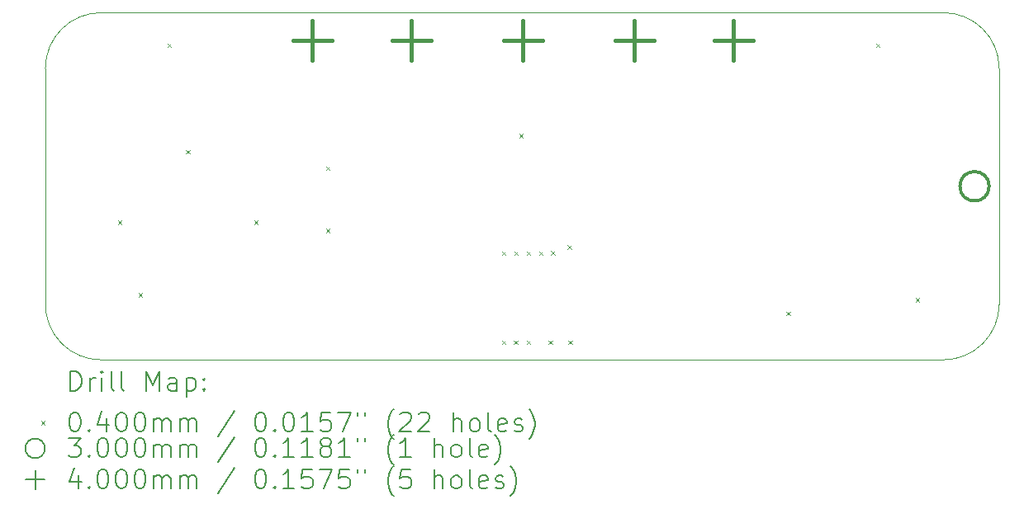
<source format=gbr>
%TF.GenerationSoftware,KiCad,Pcbnew,8.0.0*%
%TF.CreationDate,2024-05-31T17:11:51+01:00*%
%TF.ProjectId,basic_kit_SMT_bumpers_D_pad,62617369-635f-46b6-9974-5f534d545f62,v1.4*%
%TF.SameCoordinates,Original*%
%TF.FileFunction,Drillmap*%
%TF.FilePolarity,Positive*%
%FSLAX45Y45*%
G04 Gerber Fmt 4.5, Leading zero omitted, Abs format (unit mm)*
G04 Created by KiCad (PCBNEW 8.0.0) date 2024-05-31 17:11:51*
%MOMM*%
%LPD*%
G01*
G04 APERTURE LIST*
%ADD10C,0.100000*%
%ADD11C,0.200000*%
%ADD12C,0.300000*%
%ADD13C,0.400000*%
G04 APERTURE END LIST*
D10*
X14603600Y-4935700D02*
G75*
G02*
X15175100Y-5507200I0J-571500D01*
G01*
X5396100Y-5507200D02*
G75*
G02*
X5967600Y-4935700I571500J0D01*
G01*
X14603600Y-8498589D02*
X5967600Y-8498589D01*
X5967600Y-8498589D02*
G75*
G02*
X5396102Y-7927088I0J571499D01*
G01*
X15175100Y-7927088D02*
X15175100Y-5507200D01*
X15175100Y-7927088D02*
G75*
G02*
X14603600Y-8498590I-571500J-2D01*
G01*
X5967600Y-4935700D02*
X14603600Y-4935700D01*
X5396100Y-5507200D02*
X5396100Y-7927088D01*
D11*
D10*
X6139500Y-7066600D02*
X6179500Y-7106600D01*
X6179500Y-7066600D02*
X6139500Y-7106600D01*
X6350000Y-7814000D02*
X6390000Y-7854000D01*
X6390000Y-7814000D02*
X6350000Y-7854000D01*
X6647500Y-5250500D02*
X6687500Y-5290500D01*
X6687500Y-5250500D02*
X6647500Y-5290500D01*
X6838000Y-6342700D02*
X6878000Y-6382700D01*
X6878000Y-6342700D02*
X6838000Y-6382700D01*
X7536500Y-7066600D02*
X7576500Y-7106600D01*
X7576500Y-7066600D02*
X7536500Y-7106600D01*
X8273000Y-6514000D02*
X8313000Y-6554000D01*
X8313000Y-6514000D02*
X8273000Y-6554000D01*
X8273000Y-7153000D02*
X8313000Y-7193000D01*
X8313000Y-7153000D02*
X8273000Y-7193000D01*
X10076000Y-8299000D02*
X10116000Y-8339000D01*
X10116000Y-8299000D02*
X10076000Y-8339000D01*
X10076500Y-7384100D02*
X10116500Y-7424100D01*
X10116500Y-7384100D02*
X10076500Y-7424100D01*
X10201000Y-8299000D02*
X10241000Y-8339000D01*
X10241000Y-8299000D02*
X10201000Y-8339000D01*
X10203500Y-7384100D02*
X10243500Y-7424100D01*
X10243500Y-7384100D02*
X10203500Y-7424100D01*
X10253000Y-6176000D02*
X10293000Y-6216000D01*
X10293000Y-6176000D02*
X10253000Y-6216000D01*
X10330500Y-7384100D02*
X10370500Y-7424100D01*
X10370500Y-7384100D02*
X10330500Y-7424100D01*
X10330500Y-8298500D02*
X10370500Y-8338500D01*
X10370500Y-8298500D02*
X10330500Y-8338500D01*
X10457000Y-7384000D02*
X10497000Y-7424000D01*
X10497000Y-7384000D02*
X10457000Y-7424000D01*
X10553000Y-8299000D02*
X10593000Y-8339000D01*
X10593000Y-8299000D02*
X10553000Y-8339000D01*
X10581000Y-7383000D02*
X10621000Y-7423000D01*
X10621000Y-7383000D02*
X10581000Y-7423000D01*
X10749600Y-7320600D02*
X10789600Y-7360600D01*
X10789600Y-7320600D02*
X10749600Y-7360600D01*
X10755000Y-8299000D02*
X10795000Y-8339000D01*
X10795000Y-8299000D02*
X10755000Y-8339000D01*
X12994000Y-8004000D02*
X13034000Y-8044000D01*
X13034000Y-8004000D02*
X12994000Y-8044000D01*
X13910500Y-5250500D02*
X13950500Y-5290500D01*
X13950500Y-5250500D02*
X13910500Y-5290500D01*
X14318000Y-7862000D02*
X14358000Y-7902000D01*
X14358000Y-7862000D02*
X14318000Y-7902000D01*
D12*
X15072500Y-6717140D02*
G75*
G02*
X14772500Y-6717140I-150000J0D01*
G01*
X14772500Y-6717140D02*
G75*
G02*
X15072500Y-6717140I150000J0D01*
G01*
D13*
X8132850Y-5019700D02*
X8132850Y-5419700D01*
X7932850Y-5219700D02*
X8332850Y-5219700D01*
X9148850Y-5019700D02*
X9148850Y-5419700D01*
X8948850Y-5219700D02*
X9348850Y-5219700D01*
X10291850Y-5019700D02*
X10291850Y-5419700D01*
X10091850Y-5219700D02*
X10491850Y-5219700D01*
X11434850Y-5019700D02*
X11434850Y-5419700D01*
X11234850Y-5219700D02*
X11634850Y-5219700D01*
X12450850Y-5019700D02*
X12450850Y-5419700D01*
X12250850Y-5219700D02*
X12650850Y-5219700D01*
D11*
X5651877Y-8815072D02*
X5651877Y-8615072D01*
X5651877Y-8615072D02*
X5699496Y-8615072D01*
X5699496Y-8615072D02*
X5728067Y-8624596D01*
X5728067Y-8624596D02*
X5747115Y-8643644D01*
X5747115Y-8643644D02*
X5756639Y-8662691D01*
X5756639Y-8662691D02*
X5766162Y-8700787D01*
X5766162Y-8700787D02*
X5766162Y-8729358D01*
X5766162Y-8729358D02*
X5756639Y-8767453D01*
X5756639Y-8767453D02*
X5747115Y-8786501D01*
X5747115Y-8786501D02*
X5728067Y-8805549D01*
X5728067Y-8805549D02*
X5699496Y-8815072D01*
X5699496Y-8815072D02*
X5651877Y-8815072D01*
X5851877Y-8815072D02*
X5851877Y-8681739D01*
X5851877Y-8719834D02*
X5861401Y-8700787D01*
X5861401Y-8700787D02*
X5870924Y-8691263D01*
X5870924Y-8691263D02*
X5889972Y-8681739D01*
X5889972Y-8681739D02*
X5909020Y-8681739D01*
X5975686Y-8815072D02*
X5975686Y-8681739D01*
X5975686Y-8615072D02*
X5966162Y-8624596D01*
X5966162Y-8624596D02*
X5975686Y-8634120D01*
X5975686Y-8634120D02*
X5985210Y-8624596D01*
X5985210Y-8624596D02*
X5975686Y-8615072D01*
X5975686Y-8615072D02*
X5975686Y-8634120D01*
X6099496Y-8815072D02*
X6080448Y-8805549D01*
X6080448Y-8805549D02*
X6070924Y-8786501D01*
X6070924Y-8786501D02*
X6070924Y-8615072D01*
X6204258Y-8815072D02*
X6185210Y-8805549D01*
X6185210Y-8805549D02*
X6175686Y-8786501D01*
X6175686Y-8786501D02*
X6175686Y-8615072D01*
X6432829Y-8815072D02*
X6432829Y-8615072D01*
X6432829Y-8615072D02*
X6499496Y-8757929D01*
X6499496Y-8757929D02*
X6566162Y-8615072D01*
X6566162Y-8615072D02*
X6566162Y-8815072D01*
X6747115Y-8815072D02*
X6747115Y-8710310D01*
X6747115Y-8710310D02*
X6737591Y-8691263D01*
X6737591Y-8691263D02*
X6718543Y-8681739D01*
X6718543Y-8681739D02*
X6680448Y-8681739D01*
X6680448Y-8681739D02*
X6661401Y-8691263D01*
X6747115Y-8805549D02*
X6728067Y-8815072D01*
X6728067Y-8815072D02*
X6680448Y-8815072D01*
X6680448Y-8815072D02*
X6661401Y-8805549D01*
X6661401Y-8805549D02*
X6651877Y-8786501D01*
X6651877Y-8786501D02*
X6651877Y-8767453D01*
X6651877Y-8767453D02*
X6661401Y-8748406D01*
X6661401Y-8748406D02*
X6680448Y-8738882D01*
X6680448Y-8738882D02*
X6728067Y-8738882D01*
X6728067Y-8738882D02*
X6747115Y-8729358D01*
X6842353Y-8681739D02*
X6842353Y-8881739D01*
X6842353Y-8691263D02*
X6861401Y-8681739D01*
X6861401Y-8681739D02*
X6899496Y-8681739D01*
X6899496Y-8681739D02*
X6918543Y-8691263D01*
X6918543Y-8691263D02*
X6928067Y-8700787D01*
X6928067Y-8700787D02*
X6937591Y-8719834D01*
X6937591Y-8719834D02*
X6937591Y-8776977D01*
X6937591Y-8776977D02*
X6928067Y-8796025D01*
X6928067Y-8796025D02*
X6918543Y-8805549D01*
X6918543Y-8805549D02*
X6899496Y-8815072D01*
X6899496Y-8815072D02*
X6861401Y-8815072D01*
X6861401Y-8815072D02*
X6842353Y-8805549D01*
X7023305Y-8796025D02*
X7032829Y-8805549D01*
X7032829Y-8805549D02*
X7023305Y-8815072D01*
X7023305Y-8815072D02*
X7013782Y-8805549D01*
X7013782Y-8805549D02*
X7023305Y-8796025D01*
X7023305Y-8796025D02*
X7023305Y-8815072D01*
X7023305Y-8691263D02*
X7032829Y-8700787D01*
X7032829Y-8700787D02*
X7023305Y-8710310D01*
X7023305Y-8710310D02*
X7013782Y-8700787D01*
X7013782Y-8700787D02*
X7023305Y-8691263D01*
X7023305Y-8691263D02*
X7023305Y-8710310D01*
D10*
X5351100Y-9123589D02*
X5391100Y-9163589D01*
X5391100Y-9123589D02*
X5351100Y-9163589D01*
D11*
X5689972Y-9035072D02*
X5709020Y-9035072D01*
X5709020Y-9035072D02*
X5728067Y-9044596D01*
X5728067Y-9044596D02*
X5737591Y-9054120D01*
X5737591Y-9054120D02*
X5747115Y-9073168D01*
X5747115Y-9073168D02*
X5756639Y-9111263D01*
X5756639Y-9111263D02*
X5756639Y-9158882D01*
X5756639Y-9158882D02*
X5747115Y-9196977D01*
X5747115Y-9196977D02*
X5737591Y-9216025D01*
X5737591Y-9216025D02*
X5728067Y-9225549D01*
X5728067Y-9225549D02*
X5709020Y-9235072D01*
X5709020Y-9235072D02*
X5689972Y-9235072D01*
X5689972Y-9235072D02*
X5670924Y-9225549D01*
X5670924Y-9225549D02*
X5661401Y-9216025D01*
X5661401Y-9216025D02*
X5651877Y-9196977D01*
X5651877Y-9196977D02*
X5642353Y-9158882D01*
X5642353Y-9158882D02*
X5642353Y-9111263D01*
X5642353Y-9111263D02*
X5651877Y-9073168D01*
X5651877Y-9073168D02*
X5661401Y-9054120D01*
X5661401Y-9054120D02*
X5670924Y-9044596D01*
X5670924Y-9044596D02*
X5689972Y-9035072D01*
X5842353Y-9216025D02*
X5851877Y-9225549D01*
X5851877Y-9225549D02*
X5842353Y-9235072D01*
X5842353Y-9235072D02*
X5832829Y-9225549D01*
X5832829Y-9225549D02*
X5842353Y-9216025D01*
X5842353Y-9216025D02*
X5842353Y-9235072D01*
X6023305Y-9101739D02*
X6023305Y-9235072D01*
X5975686Y-9025549D02*
X5928067Y-9168406D01*
X5928067Y-9168406D02*
X6051877Y-9168406D01*
X6166162Y-9035072D02*
X6185210Y-9035072D01*
X6185210Y-9035072D02*
X6204258Y-9044596D01*
X6204258Y-9044596D02*
X6213782Y-9054120D01*
X6213782Y-9054120D02*
X6223305Y-9073168D01*
X6223305Y-9073168D02*
X6232829Y-9111263D01*
X6232829Y-9111263D02*
X6232829Y-9158882D01*
X6232829Y-9158882D02*
X6223305Y-9196977D01*
X6223305Y-9196977D02*
X6213782Y-9216025D01*
X6213782Y-9216025D02*
X6204258Y-9225549D01*
X6204258Y-9225549D02*
X6185210Y-9235072D01*
X6185210Y-9235072D02*
X6166162Y-9235072D01*
X6166162Y-9235072D02*
X6147115Y-9225549D01*
X6147115Y-9225549D02*
X6137591Y-9216025D01*
X6137591Y-9216025D02*
X6128067Y-9196977D01*
X6128067Y-9196977D02*
X6118543Y-9158882D01*
X6118543Y-9158882D02*
X6118543Y-9111263D01*
X6118543Y-9111263D02*
X6128067Y-9073168D01*
X6128067Y-9073168D02*
X6137591Y-9054120D01*
X6137591Y-9054120D02*
X6147115Y-9044596D01*
X6147115Y-9044596D02*
X6166162Y-9035072D01*
X6356639Y-9035072D02*
X6375686Y-9035072D01*
X6375686Y-9035072D02*
X6394734Y-9044596D01*
X6394734Y-9044596D02*
X6404258Y-9054120D01*
X6404258Y-9054120D02*
X6413782Y-9073168D01*
X6413782Y-9073168D02*
X6423305Y-9111263D01*
X6423305Y-9111263D02*
X6423305Y-9158882D01*
X6423305Y-9158882D02*
X6413782Y-9196977D01*
X6413782Y-9196977D02*
X6404258Y-9216025D01*
X6404258Y-9216025D02*
X6394734Y-9225549D01*
X6394734Y-9225549D02*
X6375686Y-9235072D01*
X6375686Y-9235072D02*
X6356639Y-9235072D01*
X6356639Y-9235072D02*
X6337591Y-9225549D01*
X6337591Y-9225549D02*
X6328067Y-9216025D01*
X6328067Y-9216025D02*
X6318543Y-9196977D01*
X6318543Y-9196977D02*
X6309020Y-9158882D01*
X6309020Y-9158882D02*
X6309020Y-9111263D01*
X6309020Y-9111263D02*
X6318543Y-9073168D01*
X6318543Y-9073168D02*
X6328067Y-9054120D01*
X6328067Y-9054120D02*
X6337591Y-9044596D01*
X6337591Y-9044596D02*
X6356639Y-9035072D01*
X6509020Y-9235072D02*
X6509020Y-9101739D01*
X6509020Y-9120787D02*
X6518543Y-9111263D01*
X6518543Y-9111263D02*
X6537591Y-9101739D01*
X6537591Y-9101739D02*
X6566163Y-9101739D01*
X6566163Y-9101739D02*
X6585210Y-9111263D01*
X6585210Y-9111263D02*
X6594734Y-9130310D01*
X6594734Y-9130310D02*
X6594734Y-9235072D01*
X6594734Y-9130310D02*
X6604258Y-9111263D01*
X6604258Y-9111263D02*
X6623305Y-9101739D01*
X6623305Y-9101739D02*
X6651877Y-9101739D01*
X6651877Y-9101739D02*
X6670924Y-9111263D01*
X6670924Y-9111263D02*
X6680448Y-9130310D01*
X6680448Y-9130310D02*
X6680448Y-9235072D01*
X6775686Y-9235072D02*
X6775686Y-9101739D01*
X6775686Y-9120787D02*
X6785210Y-9111263D01*
X6785210Y-9111263D02*
X6804258Y-9101739D01*
X6804258Y-9101739D02*
X6832829Y-9101739D01*
X6832829Y-9101739D02*
X6851877Y-9111263D01*
X6851877Y-9111263D02*
X6861401Y-9130310D01*
X6861401Y-9130310D02*
X6861401Y-9235072D01*
X6861401Y-9130310D02*
X6870924Y-9111263D01*
X6870924Y-9111263D02*
X6889972Y-9101739D01*
X6889972Y-9101739D02*
X6918543Y-9101739D01*
X6918543Y-9101739D02*
X6937591Y-9111263D01*
X6937591Y-9111263D02*
X6947115Y-9130310D01*
X6947115Y-9130310D02*
X6947115Y-9235072D01*
X7337591Y-9025549D02*
X7166163Y-9282691D01*
X7594734Y-9035072D02*
X7613782Y-9035072D01*
X7613782Y-9035072D02*
X7632829Y-9044596D01*
X7632829Y-9044596D02*
X7642353Y-9054120D01*
X7642353Y-9054120D02*
X7651877Y-9073168D01*
X7651877Y-9073168D02*
X7661401Y-9111263D01*
X7661401Y-9111263D02*
X7661401Y-9158882D01*
X7661401Y-9158882D02*
X7651877Y-9196977D01*
X7651877Y-9196977D02*
X7642353Y-9216025D01*
X7642353Y-9216025D02*
X7632829Y-9225549D01*
X7632829Y-9225549D02*
X7613782Y-9235072D01*
X7613782Y-9235072D02*
X7594734Y-9235072D01*
X7594734Y-9235072D02*
X7575686Y-9225549D01*
X7575686Y-9225549D02*
X7566163Y-9216025D01*
X7566163Y-9216025D02*
X7556639Y-9196977D01*
X7556639Y-9196977D02*
X7547115Y-9158882D01*
X7547115Y-9158882D02*
X7547115Y-9111263D01*
X7547115Y-9111263D02*
X7556639Y-9073168D01*
X7556639Y-9073168D02*
X7566163Y-9054120D01*
X7566163Y-9054120D02*
X7575686Y-9044596D01*
X7575686Y-9044596D02*
X7594734Y-9035072D01*
X7747115Y-9216025D02*
X7756639Y-9225549D01*
X7756639Y-9225549D02*
X7747115Y-9235072D01*
X7747115Y-9235072D02*
X7737591Y-9225549D01*
X7737591Y-9225549D02*
X7747115Y-9216025D01*
X7747115Y-9216025D02*
X7747115Y-9235072D01*
X7880448Y-9035072D02*
X7899496Y-9035072D01*
X7899496Y-9035072D02*
X7918544Y-9044596D01*
X7918544Y-9044596D02*
X7928067Y-9054120D01*
X7928067Y-9054120D02*
X7937591Y-9073168D01*
X7937591Y-9073168D02*
X7947115Y-9111263D01*
X7947115Y-9111263D02*
X7947115Y-9158882D01*
X7947115Y-9158882D02*
X7937591Y-9196977D01*
X7937591Y-9196977D02*
X7928067Y-9216025D01*
X7928067Y-9216025D02*
X7918544Y-9225549D01*
X7918544Y-9225549D02*
X7899496Y-9235072D01*
X7899496Y-9235072D02*
X7880448Y-9235072D01*
X7880448Y-9235072D02*
X7861401Y-9225549D01*
X7861401Y-9225549D02*
X7851877Y-9216025D01*
X7851877Y-9216025D02*
X7842353Y-9196977D01*
X7842353Y-9196977D02*
X7832829Y-9158882D01*
X7832829Y-9158882D02*
X7832829Y-9111263D01*
X7832829Y-9111263D02*
X7842353Y-9073168D01*
X7842353Y-9073168D02*
X7851877Y-9054120D01*
X7851877Y-9054120D02*
X7861401Y-9044596D01*
X7861401Y-9044596D02*
X7880448Y-9035072D01*
X8137591Y-9235072D02*
X8023306Y-9235072D01*
X8080448Y-9235072D02*
X8080448Y-9035072D01*
X8080448Y-9035072D02*
X8061401Y-9063644D01*
X8061401Y-9063644D02*
X8042353Y-9082691D01*
X8042353Y-9082691D02*
X8023306Y-9092215D01*
X8318544Y-9035072D02*
X8223306Y-9035072D01*
X8223306Y-9035072D02*
X8213782Y-9130310D01*
X8213782Y-9130310D02*
X8223306Y-9120787D01*
X8223306Y-9120787D02*
X8242353Y-9111263D01*
X8242353Y-9111263D02*
X8289972Y-9111263D01*
X8289972Y-9111263D02*
X8309020Y-9120787D01*
X8309020Y-9120787D02*
X8318544Y-9130310D01*
X8318544Y-9130310D02*
X8328067Y-9149358D01*
X8328067Y-9149358D02*
X8328067Y-9196977D01*
X8328067Y-9196977D02*
X8318544Y-9216025D01*
X8318544Y-9216025D02*
X8309020Y-9225549D01*
X8309020Y-9225549D02*
X8289972Y-9235072D01*
X8289972Y-9235072D02*
X8242353Y-9235072D01*
X8242353Y-9235072D02*
X8223306Y-9225549D01*
X8223306Y-9225549D02*
X8213782Y-9216025D01*
X8394734Y-9035072D02*
X8528068Y-9035072D01*
X8528068Y-9035072D02*
X8442353Y-9235072D01*
X8594734Y-9035072D02*
X8594734Y-9073168D01*
X8670925Y-9035072D02*
X8670925Y-9073168D01*
X8966163Y-9311263D02*
X8956639Y-9301739D01*
X8956639Y-9301739D02*
X8937591Y-9273168D01*
X8937591Y-9273168D02*
X8928068Y-9254120D01*
X8928068Y-9254120D02*
X8918544Y-9225549D01*
X8918544Y-9225549D02*
X8909020Y-9177929D01*
X8909020Y-9177929D02*
X8909020Y-9139834D01*
X8909020Y-9139834D02*
X8918544Y-9092215D01*
X8918544Y-9092215D02*
X8928068Y-9063644D01*
X8928068Y-9063644D02*
X8937591Y-9044596D01*
X8937591Y-9044596D02*
X8956639Y-9016025D01*
X8956639Y-9016025D02*
X8966163Y-9006501D01*
X9032830Y-9054120D02*
X9042353Y-9044596D01*
X9042353Y-9044596D02*
X9061401Y-9035072D01*
X9061401Y-9035072D02*
X9109020Y-9035072D01*
X9109020Y-9035072D02*
X9128068Y-9044596D01*
X9128068Y-9044596D02*
X9137591Y-9054120D01*
X9137591Y-9054120D02*
X9147115Y-9073168D01*
X9147115Y-9073168D02*
X9147115Y-9092215D01*
X9147115Y-9092215D02*
X9137591Y-9120787D01*
X9137591Y-9120787D02*
X9023306Y-9235072D01*
X9023306Y-9235072D02*
X9147115Y-9235072D01*
X9223306Y-9054120D02*
X9232830Y-9044596D01*
X9232830Y-9044596D02*
X9251877Y-9035072D01*
X9251877Y-9035072D02*
X9299496Y-9035072D01*
X9299496Y-9035072D02*
X9318544Y-9044596D01*
X9318544Y-9044596D02*
X9328068Y-9054120D01*
X9328068Y-9054120D02*
X9337591Y-9073168D01*
X9337591Y-9073168D02*
X9337591Y-9092215D01*
X9337591Y-9092215D02*
X9328068Y-9120787D01*
X9328068Y-9120787D02*
X9213782Y-9235072D01*
X9213782Y-9235072D02*
X9337591Y-9235072D01*
X9575687Y-9235072D02*
X9575687Y-9035072D01*
X9661401Y-9235072D02*
X9661401Y-9130310D01*
X9661401Y-9130310D02*
X9651877Y-9111263D01*
X9651877Y-9111263D02*
X9632830Y-9101739D01*
X9632830Y-9101739D02*
X9604258Y-9101739D01*
X9604258Y-9101739D02*
X9585211Y-9111263D01*
X9585211Y-9111263D02*
X9575687Y-9120787D01*
X9785211Y-9235072D02*
X9766163Y-9225549D01*
X9766163Y-9225549D02*
X9756639Y-9216025D01*
X9756639Y-9216025D02*
X9747115Y-9196977D01*
X9747115Y-9196977D02*
X9747115Y-9139834D01*
X9747115Y-9139834D02*
X9756639Y-9120787D01*
X9756639Y-9120787D02*
X9766163Y-9111263D01*
X9766163Y-9111263D02*
X9785211Y-9101739D01*
X9785211Y-9101739D02*
X9813782Y-9101739D01*
X9813782Y-9101739D02*
X9832830Y-9111263D01*
X9832830Y-9111263D02*
X9842353Y-9120787D01*
X9842353Y-9120787D02*
X9851877Y-9139834D01*
X9851877Y-9139834D02*
X9851877Y-9196977D01*
X9851877Y-9196977D02*
X9842353Y-9216025D01*
X9842353Y-9216025D02*
X9832830Y-9225549D01*
X9832830Y-9225549D02*
X9813782Y-9235072D01*
X9813782Y-9235072D02*
X9785211Y-9235072D01*
X9966163Y-9235072D02*
X9947115Y-9225549D01*
X9947115Y-9225549D02*
X9937592Y-9206501D01*
X9937592Y-9206501D02*
X9937592Y-9035072D01*
X10118544Y-9225549D02*
X10099496Y-9235072D01*
X10099496Y-9235072D02*
X10061401Y-9235072D01*
X10061401Y-9235072D02*
X10042353Y-9225549D01*
X10042353Y-9225549D02*
X10032830Y-9206501D01*
X10032830Y-9206501D02*
X10032830Y-9130310D01*
X10032830Y-9130310D02*
X10042353Y-9111263D01*
X10042353Y-9111263D02*
X10061401Y-9101739D01*
X10061401Y-9101739D02*
X10099496Y-9101739D01*
X10099496Y-9101739D02*
X10118544Y-9111263D01*
X10118544Y-9111263D02*
X10128068Y-9130310D01*
X10128068Y-9130310D02*
X10128068Y-9149358D01*
X10128068Y-9149358D02*
X10032830Y-9168406D01*
X10204258Y-9225549D02*
X10223306Y-9235072D01*
X10223306Y-9235072D02*
X10261401Y-9235072D01*
X10261401Y-9235072D02*
X10280449Y-9225549D01*
X10280449Y-9225549D02*
X10289973Y-9206501D01*
X10289973Y-9206501D02*
X10289973Y-9196977D01*
X10289973Y-9196977D02*
X10280449Y-9177929D01*
X10280449Y-9177929D02*
X10261401Y-9168406D01*
X10261401Y-9168406D02*
X10232830Y-9168406D01*
X10232830Y-9168406D02*
X10213782Y-9158882D01*
X10213782Y-9158882D02*
X10204258Y-9139834D01*
X10204258Y-9139834D02*
X10204258Y-9130310D01*
X10204258Y-9130310D02*
X10213782Y-9111263D01*
X10213782Y-9111263D02*
X10232830Y-9101739D01*
X10232830Y-9101739D02*
X10261401Y-9101739D01*
X10261401Y-9101739D02*
X10280449Y-9111263D01*
X10356639Y-9311263D02*
X10366163Y-9301739D01*
X10366163Y-9301739D02*
X10385211Y-9273168D01*
X10385211Y-9273168D02*
X10394734Y-9254120D01*
X10394734Y-9254120D02*
X10404258Y-9225549D01*
X10404258Y-9225549D02*
X10413782Y-9177929D01*
X10413782Y-9177929D02*
X10413782Y-9139834D01*
X10413782Y-9139834D02*
X10404258Y-9092215D01*
X10404258Y-9092215D02*
X10394734Y-9063644D01*
X10394734Y-9063644D02*
X10385211Y-9044596D01*
X10385211Y-9044596D02*
X10366163Y-9016025D01*
X10366163Y-9016025D02*
X10356639Y-9006501D01*
X5391100Y-9407589D02*
G75*
G02*
X5191100Y-9407589I-100000J0D01*
G01*
X5191100Y-9407589D02*
G75*
G02*
X5391100Y-9407589I100000J0D01*
G01*
X5632829Y-9299072D02*
X5756639Y-9299072D01*
X5756639Y-9299072D02*
X5689972Y-9375263D01*
X5689972Y-9375263D02*
X5718543Y-9375263D01*
X5718543Y-9375263D02*
X5737591Y-9384787D01*
X5737591Y-9384787D02*
X5747115Y-9394310D01*
X5747115Y-9394310D02*
X5756639Y-9413358D01*
X5756639Y-9413358D02*
X5756639Y-9460977D01*
X5756639Y-9460977D02*
X5747115Y-9480025D01*
X5747115Y-9480025D02*
X5737591Y-9489549D01*
X5737591Y-9489549D02*
X5718543Y-9499072D01*
X5718543Y-9499072D02*
X5661401Y-9499072D01*
X5661401Y-9499072D02*
X5642353Y-9489549D01*
X5642353Y-9489549D02*
X5632829Y-9480025D01*
X5842353Y-9480025D02*
X5851877Y-9489549D01*
X5851877Y-9489549D02*
X5842353Y-9499072D01*
X5842353Y-9499072D02*
X5832829Y-9489549D01*
X5832829Y-9489549D02*
X5842353Y-9480025D01*
X5842353Y-9480025D02*
X5842353Y-9499072D01*
X5975686Y-9299072D02*
X5994734Y-9299072D01*
X5994734Y-9299072D02*
X6013782Y-9308596D01*
X6013782Y-9308596D02*
X6023305Y-9318120D01*
X6023305Y-9318120D02*
X6032829Y-9337168D01*
X6032829Y-9337168D02*
X6042353Y-9375263D01*
X6042353Y-9375263D02*
X6042353Y-9422882D01*
X6042353Y-9422882D02*
X6032829Y-9460977D01*
X6032829Y-9460977D02*
X6023305Y-9480025D01*
X6023305Y-9480025D02*
X6013782Y-9489549D01*
X6013782Y-9489549D02*
X5994734Y-9499072D01*
X5994734Y-9499072D02*
X5975686Y-9499072D01*
X5975686Y-9499072D02*
X5956639Y-9489549D01*
X5956639Y-9489549D02*
X5947115Y-9480025D01*
X5947115Y-9480025D02*
X5937591Y-9460977D01*
X5937591Y-9460977D02*
X5928067Y-9422882D01*
X5928067Y-9422882D02*
X5928067Y-9375263D01*
X5928067Y-9375263D02*
X5937591Y-9337168D01*
X5937591Y-9337168D02*
X5947115Y-9318120D01*
X5947115Y-9318120D02*
X5956639Y-9308596D01*
X5956639Y-9308596D02*
X5975686Y-9299072D01*
X6166162Y-9299072D02*
X6185210Y-9299072D01*
X6185210Y-9299072D02*
X6204258Y-9308596D01*
X6204258Y-9308596D02*
X6213782Y-9318120D01*
X6213782Y-9318120D02*
X6223305Y-9337168D01*
X6223305Y-9337168D02*
X6232829Y-9375263D01*
X6232829Y-9375263D02*
X6232829Y-9422882D01*
X6232829Y-9422882D02*
X6223305Y-9460977D01*
X6223305Y-9460977D02*
X6213782Y-9480025D01*
X6213782Y-9480025D02*
X6204258Y-9489549D01*
X6204258Y-9489549D02*
X6185210Y-9499072D01*
X6185210Y-9499072D02*
X6166162Y-9499072D01*
X6166162Y-9499072D02*
X6147115Y-9489549D01*
X6147115Y-9489549D02*
X6137591Y-9480025D01*
X6137591Y-9480025D02*
X6128067Y-9460977D01*
X6128067Y-9460977D02*
X6118543Y-9422882D01*
X6118543Y-9422882D02*
X6118543Y-9375263D01*
X6118543Y-9375263D02*
X6128067Y-9337168D01*
X6128067Y-9337168D02*
X6137591Y-9318120D01*
X6137591Y-9318120D02*
X6147115Y-9308596D01*
X6147115Y-9308596D02*
X6166162Y-9299072D01*
X6356639Y-9299072D02*
X6375686Y-9299072D01*
X6375686Y-9299072D02*
X6394734Y-9308596D01*
X6394734Y-9308596D02*
X6404258Y-9318120D01*
X6404258Y-9318120D02*
X6413782Y-9337168D01*
X6413782Y-9337168D02*
X6423305Y-9375263D01*
X6423305Y-9375263D02*
X6423305Y-9422882D01*
X6423305Y-9422882D02*
X6413782Y-9460977D01*
X6413782Y-9460977D02*
X6404258Y-9480025D01*
X6404258Y-9480025D02*
X6394734Y-9489549D01*
X6394734Y-9489549D02*
X6375686Y-9499072D01*
X6375686Y-9499072D02*
X6356639Y-9499072D01*
X6356639Y-9499072D02*
X6337591Y-9489549D01*
X6337591Y-9489549D02*
X6328067Y-9480025D01*
X6328067Y-9480025D02*
X6318543Y-9460977D01*
X6318543Y-9460977D02*
X6309020Y-9422882D01*
X6309020Y-9422882D02*
X6309020Y-9375263D01*
X6309020Y-9375263D02*
X6318543Y-9337168D01*
X6318543Y-9337168D02*
X6328067Y-9318120D01*
X6328067Y-9318120D02*
X6337591Y-9308596D01*
X6337591Y-9308596D02*
X6356639Y-9299072D01*
X6509020Y-9499072D02*
X6509020Y-9365739D01*
X6509020Y-9384787D02*
X6518543Y-9375263D01*
X6518543Y-9375263D02*
X6537591Y-9365739D01*
X6537591Y-9365739D02*
X6566163Y-9365739D01*
X6566163Y-9365739D02*
X6585210Y-9375263D01*
X6585210Y-9375263D02*
X6594734Y-9394310D01*
X6594734Y-9394310D02*
X6594734Y-9499072D01*
X6594734Y-9394310D02*
X6604258Y-9375263D01*
X6604258Y-9375263D02*
X6623305Y-9365739D01*
X6623305Y-9365739D02*
X6651877Y-9365739D01*
X6651877Y-9365739D02*
X6670924Y-9375263D01*
X6670924Y-9375263D02*
X6680448Y-9394310D01*
X6680448Y-9394310D02*
X6680448Y-9499072D01*
X6775686Y-9499072D02*
X6775686Y-9365739D01*
X6775686Y-9384787D02*
X6785210Y-9375263D01*
X6785210Y-9375263D02*
X6804258Y-9365739D01*
X6804258Y-9365739D02*
X6832829Y-9365739D01*
X6832829Y-9365739D02*
X6851877Y-9375263D01*
X6851877Y-9375263D02*
X6861401Y-9394310D01*
X6861401Y-9394310D02*
X6861401Y-9499072D01*
X6861401Y-9394310D02*
X6870924Y-9375263D01*
X6870924Y-9375263D02*
X6889972Y-9365739D01*
X6889972Y-9365739D02*
X6918543Y-9365739D01*
X6918543Y-9365739D02*
X6937591Y-9375263D01*
X6937591Y-9375263D02*
X6947115Y-9394310D01*
X6947115Y-9394310D02*
X6947115Y-9499072D01*
X7337591Y-9289549D02*
X7166163Y-9546691D01*
X7594734Y-9299072D02*
X7613782Y-9299072D01*
X7613782Y-9299072D02*
X7632829Y-9308596D01*
X7632829Y-9308596D02*
X7642353Y-9318120D01*
X7642353Y-9318120D02*
X7651877Y-9337168D01*
X7651877Y-9337168D02*
X7661401Y-9375263D01*
X7661401Y-9375263D02*
X7661401Y-9422882D01*
X7661401Y-9422882D02*
X7651877Y-9460977D01*
X7651877Y-9460977D02*
X7642353Y-9480025D01*
X7642353Y-9480025D02*
X7632829Y-9489549D01*
X7632829Y-9489549D02*
X7613782Y-9499072D01*
X7613782Y-9499072D02*
X7594734Y-9499072D01*
X7594734Y-9499072D02*
X7575686Y-9489549D01*
X7575686Y-9489549D02*
X7566163Y-9480025D01*
X7566163Y-9480025D02*
X7556639Y-9460977D01*
X7556639Y-9460977D02*
X7547115Y-9422882D01*
X7547115Y-9422882D02*
X7547115Y-9375263D01*
X7547115Y-9375263D02*
X7556639Y-9337168D01*
X7556639Y-9337168D02*
X7566163Y-9318120D01*
X7566163Y-9318120D02*
X7575686Y-9308596D01*
X7575686Y-9308596D02*
X7594734Y-9299072D01*
X7747115Y-9480025D02*
X7756639Y-9489549D01*
X7756639Y-9489549D02*
X7747115Y-9499072D01*
X7747115Y-9499072D02*
X7737591Y-9489549D01*
X7737591Y-9489549D02*
X7747115Y-9480025D01*
X7747115Y-9480025D02*
X7747115Y-9499072D01*
X7947115Y-9499072D02*
X7832829Y-9499072D01*
X7889972Y-9499072D02*
X7889972Y-9299072D01*
X7889972Y-9299072D02*
X7870925Y-9327644D01*
X7870925Y-9327644D02*
X7851877Y-9346691D01*
X7851877Y-9346691D02*
X7832829Y-9356215D01*
X8137591Y-9499072D02*
X8023306Y-9499072D01*
X8080448Y-9499072D02*
X8080448Y-9299072D01*
X8080448Y-9299072D02*
X8061401Y-9327644D01*
X8061401Y-9327644D02*
X8042353Y-9346691D01*
X8042353Y-9346691D02*
X8023306Y-9356215D01*
X8251877Y-9384787D02*
X8232829Y-9375263D01*
X8232829Y-9375263D02*
X8223306Y-9365739D01*
X8223306Y-9365739D02*
X8213782Y-9346691D01*
X8213782Y-9346691D02*
X8213782Y-9337168D01*
X8213782Y-9337168D02*
X8223306Y-9318120D01*
X8223306Y-9318120D02*
X8232829Y-9308596D01*
X8232829Y-9308596D02*
X8251877Y-9299072D01*
X8251877Y-9299072D02*
X8289972Y-9299072D01*
X8289972Y-9299072D02*
X8309020Y-9308596D01*
X8309020Y-9308596D02*
X8318544Y-9318120D01*
X8318544Y-9318120D02*
X8328067Y-9337168D01*
X8328067Y-9337168D02*
X8328067Y-9346691D01*
X8328067Y-9346691D02*
X8318544Y-9365739D01*
X8318544Y-9365739D02*
X8309020Y-9375263D01*
X8309020Y-9375263D02*
X8289972Y-9384787D01*
X8289972Y-9384787D02*
X8251877Y-9384787D01*
X8251877Y-9384787D02*
X8232829Y-9394310D01*
X8232829Y-9394310D02*
X8223306Y-9403834D01*
X8223306Y-9403834D02*
X8213782Y-9422882D01*
X8213782Y-9422882D02*
X8213782Y-9460977D01*
X8213782Y-9460977D02*
X8223306Y-9480025D01*
X8223306Y-9480025D02*
X8232829Y-9489549D01*
X8232829Y-9489549D02*
X8251877Y-9499072D01*
X8251877Y-9499072D02*
X8289972Y-9499072D01*
X8289972Y-9499072D02*
X8309020Y-9489549D01*
X8309020Y-9489549D02*
X8318544Y-9480025D01*
X8318544Y-9480025D02*
X8328067Y-9460977D01*
X8328067Y-9460977D02*
X8328067Y-9422882D01*
X8328067Y-9422882D02*
X8318544Y-9403834D01*
X8318544Y-9403834D02*
X8309020Y-9394310D01*
X8309020Y-9394310D02*
X8289972Y-9384787D01*
X8518544Y-9499072D02*
X8404258Y-9499072D01*
X8461401Y-9499072D02*
X8461401Y-9299072D01*
X8461401Y-9299072D02*
X8442353Y-9327644D01*
X8442353Y-9327644D02*
X8423306Y-9346691D01*
X8423306Y-9346691D02*
X8404258Y-9356215D01*
X8594734Y-9299072D02*
X8594734Y-9337168D01*
X8670925Y-9299072D02*
X8670925Y-9337168D01*
X8966163Y-9575263D02*
X8956639Y-9565739D01*
X8956639Y-9565739D02*
X8937591Y-9537168D01*
X8937591Y-9537168D02*
X8928068Y-9518120D01*
X8928068Y-9518120D02*
X8918544Y-9489549D01*
X8918544Y-9489549D02*
X8909020Y-9441929D01*
X8909020Y-9441929D02*
X8909020Y-9403834D01*
X8909020Y-9403834D02*
X8918544Y-9356215D01*
X8918544Y-9356215D02*
X8928068Y-9327644D01*
X8928068Y-9327644D02*
X8937591Y-9308596D01*
X8937591Y-9308596D02*
X8956639Y-9280025D01*
X8956639Y-9280025D02*
X8966163Y-9270501D01*
X9147115Y-9499072D02*
X9032830Y-9499072D01*
X9089972Y-9499072D02*
X9089972Y-9299072D01*
X9089972Y-9299072D02*
X9070925Y-9327644D01*
X9070925Y-9327644D02*
X9051877Y-9346691D01*
X9051877Y-9346691D02*
X9032830Y-9356215D01*
X9385211Y-9499072D02*
X9385211Y-9299072D01*
X9470925Y-9499072D02*
X9470925Y-9394310D01*
X9470925Y-9394310D02*
X9461401Y-9375263D01*
X9461401Y-9375263D02*
X9442353Y-9365739D01*
X9442353Y-9365739D02*
X9413782Y-9365739D01*
X9413782Y-9365739D02*
X9394734Y-9375263D01*
X9394734Y-9375263D02*
X9385211Y-9384787D01*
X9594734Y-9499072D02*
X9575687Y-9489549D01*
X9575687Y-9489549D02*
X9566163Y-9480025D01*
X9566163Y-9480025D02*
X9556639Y-9460977D01*
X9556639Y-9460977D02*
X9556639Y-9403834D01*
X9556639Y-9403834D02*
X9566163Y-9384787D01*
X9566163Y-9384787D02*
X9575687Y-9375263D01*
X9575687Y-9375263D02*
X9594734Y-9365739D01*
X9594734Y-9365739D02*
X9623306Y-9365739D01*
X9623306Y-9365739D02*
X9642353Y-9375263D01*
X9642353Y-9375263D02*
X9651877Y-9384787D01*
X9651877Y-9384787D02*
X9661401Y-9403834D01*
X9661401Y-9403834D02*
X9661401Y-9460977D01*
X9661401Y-9460977D02*
X9651877Y-9480025D01*
X9651877Y-9480025D02*
X9642353Y-9489549D01*
X9642353Y-9489549D02*
X9623306Y-9499072D01*
X9623306Y-9499072D02*
X9594734Y-9499072D01*
X9775687Y-9499072D02*
X9756639Y-9489549D01*
X9756639Y-9489549D02*
X9747115Y-9470501D01*
X9747115Y-9470501D02*
X9747115Y-9299072D01*
X9928068Y-9489549D02*
X9909020Y-9499072D01*
X9909020Y-9499072D02*
X9870925Y-9499072D01*
X9870925Y-9499072D02*
X9851877Y-9489549D01*
X9851877Y-9489549D02*
X9842353Y-9470501D01*
X9842353Y-9470501D02*
X9842353Y-9394310D01*
X9842353Y-9394310D02*
X9851877Y-9375263D01*
X9851877Y-9375263D02*
X9870925Y-9365739D01*
X9870925Y-9365739D02*
X9909020Y-9365739D01*
X9909020Y-9365739D02*
X9928068Y-9375263D01*
X9928068Y-9375263D02*
X9937592Y-9394310D01*
X9937592Y-9394310D02*
X9937592Y-9413358D01*
X9937592Y-9413358D02*
X9842353Y-9432406D01*
X10004258Y-9575263D02*
X10013782Y-9565739D01*
X10013782Y-9565739D02*
X10032830Y-9537168D01*
X10032830Y-9537168D02*
X10042353Y-9518120D01*
X10042353Y-9518120D02*
X10051877Y-9489549D01*
X10051877Y-9489549D02*
X10061401Y-9441929D01*
X10061401Y-9441929D02*
X10061401Y-9403834D01*
X10061401Y-9403834D02*
X10051877Y-9356215D01*
X10051877Y-9356215D02*
X10042353Y-9327644D01*
X10042353Y-9327644D02*
X10032830Y-9308596D01*
X10032830Y-9308596D02*
X10013782Y-9280025D01*
X10013782Y-9280025D02*
X10004258Y-9270501D01*
X5291100Y-9627589D02*
X5291100Y-9827589D01*
X5191100Y-9727589D02*
X5391100Y-9727589D01*
X5737591Y-9685739D02*
X5737591Y-9819072D01*
X5689972Y-9609549D02*
X5642353Y-9752406D01*
X5642353Y-9752406D02*
X5766162Y-9752406D01*
X5842353Y-9800025D02*
X5851877Y-9809549D01*
X5851877Y-9809549D02*
X5842353Y-9819072D01*
X5842353Y-9819072D02*
X5832829Y-9809549D01*
X5832829Y-9809549D02*
X5842353Y-9800025D01*
X5842353Y-9800025D02*
X5842353Y-9819072D01*
X5975686Y-9619072D02*
X5994734Y-9619072D01*
X5994734Y-9619072D02*
X6013782Y-9628596D01*
X6013782Y-9628596D02*
X6023305Y-9638120D01*
X6023305Y-9638120D02*
X6032829Y-9657168D01*
X6032829Y-9657168D02*
X6042353Y-9695263D01*
X6042353Y-9695263D02*
X6042353Y-9742882D01*
X6042353Y-9742882D02*
X6032829Y-9780977D01*
X6032829Y-9780977D02*
X6023305Y-9800025D01*
X6023305Y-9800025D02*
X6013782Y-9809549D01*
X6013782Y-9809549D02*
X5994734Y-9819072D01*
X5994734Y-9819072D02*
X5975686Y-9819072D01*
X5975686Y-9819072D02*
X5956639Y-9809549D01*
X5956639Y-9809549D02*
X5947115Y-9800025D01*
X5947115Y-9800025D02*
X5937591Y-9780977D01*
X5937591Y-9780977D02*
X5928067Y-9742882D01*
X5928067Y-9742882D02*
X5928067Y-9695263D01*
X5928067Y-9695263D02*
X5937591Y-9657168D01*
X5937591Y-9657168D02*
X5947115Y-9638120D01*
X5947115Y-9638120D02*
X5956639Y-9628596D01*
X5956639Y-9628596D02*
X5975686Y-9619072D01*
X6166162Y-9619072D02*
X6185210Y-9619072D01*
X6185210Y-9619072D02*
X6204258Y-9628596D01*
X6204258Y-9628596D02*
X6213782Y-9638120D01*
X6213782Y-9638120D02*
X6223305Y-9657168D01*
X6223305Y-9657168D02*
X6232829Y-9695263D01*
X6232829Y-9695263D02*
X6232829Y-9742882D01*
X6232829Y-9742882D02*
X6223305Y-9780977D01*
X6223305Y-9780977D02*
X6213782Y-9800025D01*
X6213782Y-9800025D02*
X6204258Y-9809549D01*
X6204258Y-9809549D02*
X6185210Y-9819072D01*
X6185210Y-9819072D02*
X6166162Y-9819072D01*
X6166162Y-9819072D02*
X6147115Y-9809549D01*
X6147115Y-9809549D02*
X6137591Y-9800025D01*
X6137591Y-9800025D02*
X6128067Y-9780977D01*
X6128067Y-9780977D02*
X6118543Y-9742882D01*
X6118543Y-9742882D02*
X6118543Y-9695263D01*
X6118543Y-9695263D02*
X6128067Y-9657168D01*
X6128067Y-9657168D02*
X6137591Y-9638120D01*
X6137591Y-9638120D02*
X6147115Y-9628596D01*
X6147115Y-9628596D02*
X6166162Y-9619072D01*
X6356639Y-9619072D02*
X6375686Y-9619072D01*
X6375686Y-9619072D02*
X6394734Y-9628596D01*
X6394734Y-9628596D02*
X6404258Y-9638120D01*
X6404258Y-9638120D02*
X6413782Y-9657168D01*
X6413782Y-9657168D02*
X6423305Y-9695263D01*
X6423305Y-9695263D02*
X6423305Y-9742882D01*
X6423305Y-9742882D02*
X6413782Y-9780977D01*
X6413782Y-9780977D02*
X6404258Y-9800025D01*
X6404258Y-9800025D02*
X6394734Y-9809549D01*
X6394734Y-9809549D02*
X6375686Y-9819072D01*
X6375686Y-9819072D02*
X6356639Y-9819072D01*
X6356639Y-9819072D02*
X6337591Y-9809549D01*
X6337591Y-9809549D02*
X6328067Y-9800025D01*
X6328067Y-9800025D02*
X6318543Y-9780977D01*
X6318543Y-9780977D02*
X6309020Y-9742882D01*
X6309020Y-9742882D02*
X6309020Y-9695263D01*
X6309020Y-9695263D02*
X6318543Y-9657168D01*
X6318543Y-9657168D02*
X6328067Y-9638120D01*
X6328067Y-9638120D02*
X6337591Y-9628596D01*
X6337591Y-9628596D02*
X6356639Y-9619072D01*
X6509020Y-9819072D02*
X6509020Y-9685739D01*
X6509020Y-9704787D02*
X6518543Y-9695263D01*
X6518543Y-9695263D02*
X6537591Y-9685739D01*
X6537591Y-9685739D02*
X6566163Y-9685739D01*
X6566163Y-9685739D02*
X6585210Y-9695263D01*
X6585210Y-9695263D02*
X6594734Y-9714310D01*
X6594734Y-9714310D02*
X6594734Y-9819072D01*
X6594734Y-9714310D02*
X6604258Y-9695263D01*
X6604258Y-9695263D02*
X6623305Y-9685739D01*
X6623305Y-9685739D02*
X6651877Y-9685739D01*
X6651877Y-9685739D02*
X6670924Y-9695263D01*
X6670924Y-9695263D02*
X6680448Y-9714310D01*
X6680448Y-9714310D02*
X6680448Y-9819072D01*
X6775686Y-9819072D02*
X6775686Y-9685739D01*
X6775686Y-9704787D02*
X6785210Y-9695263D01*
X6785210Y-9695263D02*
X6804258Y-9685739D01*
X6804258Y-9685739D02*
X6832829Y-9685739D01*
X6832829Y-9685739D02*
X6851877Y-9695263D01*
X6851877Y-9695263D02*
X6861401Y-9714310D01*
X6861401Y-9714310D02*
X6861401Y-9819072D01*
X6861401Y-9714310D02*
X6870924Y-9695263D01*
X6870924Y-9695263D02*
X6889972Y-9685739D01*
X6889972Y-9685739D02*
X6918543Y-9685739D01*
X6918543Y-9685739D02*
X6937591Y-9695263D01*
X6937591Y-9695263D02*
X6947115Y-9714310D01*
X6947115Y-9714310D02*
X6947115Y-9819072D01*
X7337591Y-9609549D02*
X7166163Y-9866691D01*
X7594734Y-9619072D02*
X7613782Y-9619072D01*
X7613782Y-9619072D02*
X7632829Y-9628596D01*
X7632829Y-9628596D02*
X7642353Y-9638120D01*
X7642353Y-9638120D02*
X7651877Y-9657168D01*
X7651877Y-9657168D02*
X7661401Y-9695263D01*
X7661401Y-9695263D02*
X7661401Y-9742882D01*
X7661401Y-9742882D02*
X7651877Y-9780977D01*
X7651877Y-9780977D02*
X7642353Y-9800025D01*
X7642353Y-9800025D02*
X7632829Y-9809549D01*
X7632829Y-9809549D02*
X7613782Y-9819072D01*
X7613782Y-9819072D02*
X7594734Y-9819072D01*
X7594734Y-9819072D02*
X7575686Y-9809549D01*
X7575686Y-9809549D02*
X7566163Y-9800025D01*
X7566163Y-9800025D02*
X7556639Y-9780977D01*
X7556639Y-9780977D02*
X7547115Y-9742882D01*
X7547115Y-9742882D02*
X7547115Y-9695263D01*
X7547115Y-9695263D02*
X7556639Y-9657168D01*
X7556639Y-9657168D02*
X7566163Y-9638120D01*
X7566163Y-9638120D02*
X7575686Y-9628596D01*
X7575686Y-9628596D02*
X7594734Y-9619072D01*
X7747115Y-9800025D02*
X7756639Y-9809549D01*
X7756639Y-9809549D02*
X7747115Y-9819072D01*
X7747115Y-9819072D02*
X7737591Y-9809549D01*
X7737591Y-9809549D02*
X7747115Y-9800025D01*
X7747115Y-9800025D02*
X7747115Y-9819072D01*
X7947115Y-9819072D02*
X7832829Y-9819072D01*
X7889972Y-9819072D02*
X7889972Y-9619072D01*
X7889972Y-9619072D02*
X7870925Y-9647644D01*
X7870925Y-9647644D02*
X7851877Y-9666691D01*
X7851877Y-9666691D02*
X7832829Y-9676215D01*
X8128067Y-9619072D02*
X8032829Y-9619072D01*
X8032829Y-9619072D02*
X8023306Y-9714310D01*
X8023306Y-9714310D02*
X8032829Y-9704787D01*
X8032829Y-9704787D02*
X8051877Y-9695263D01*
X8051877Y-9695263D02*
X8099496Y-9695263D01*
X8099496Y-9695263D02*
X8118544Y-9704787D01*
X8118544Y-9704787D02*
X8128067Y-9714310D01*
X8128067Y-9714310D02*
X8137591Y-9733358D01*
X8137591Y-9733358D02*
X8137591Y-9780977D01*
X8137591Y-9780977D02*
X8128067Y-9800025D01*
X8128067Y-9800025D02*
X8118544Y-9809549D01*
X8118544Y-9809549D02*
X8099496Y-9819072D01*
X8099496Y-9819072D02*
X8051877Y-9819072D01*
X8051877Y-9819072D02*
X8032829Y-9809549D01*
X8032829Y-9809549D02*
X8023306Y-9800025D01*
X8204258Y-9619072D02*
X8337591Y-9619072D01*
X8337591Y-9619072D02*
X8251877Y-9819072D01*
X8509020Y-9619072D02*
X8413782Y-9619072D01*
X8413782Y-9619072D02*
X8404258Y-9714310D01*
X8404258Y-9714310D02*
X8413782Y-9704787D01*
X8413782Y-9704787D02*
X8432829Y-9695263D01*
X8432829Y-9695263D02*
X8480449Y-9695263D01*
X8480449Y-9695263D02*
X8499496Y-9704787D01*
X8499496Y-9704787D02*
X8509020Y-9714310D01*
X8509020Y-9714310D02*
X8518544Y-9733358D01*
X8518544Y-9733358D02*
X8518544Y-9780977D01*
X8518544Y-9780977D02*
X8509020Y-9800025D01*
X8509020Y-9800025D02*
X8499496Y-9809549D01*
X8499496Y-9809549D02*
X8480449Y-9819072D01*
X8480449Y-9819072D02*
X8432829Y-9819072D01*
X8432829Y-9819072D02*
X8413782Y-9809549D01*
X8413782Y-9809549D02*
X8404258Y-9800025D01*
X8594734Y-9619072D02*
X8594734Y-9657168D01*
X8670925Y-9619072D02*
X8670925Y-9657168D01*
X8966163Y-9895263D02*
X8956639Y-9885739D01*
X8956639Y-9885739D02*
X8937591Y-9857168D01*
X8937591Y-9857168D02*
X8928068Y-9838120D01*
X8928068Y-9838120D02*
X8918544Y-9809549D01*
X8918544Y-9809549D02*
X8909020Y-9761929D01*
X8909020Y-9761929D02*
X8909020Y-9723834D01*
X8909020Y-9723834D02*
X8918544Y-9676215D01*
X8918544Y-9676215D02*
X8928068Y-9647644D01*
X8928068Y-9647644D02*
X8937591Y-9628596D01*
X8937591Y-9628596D02*
X8956639Y-9600025D01*
X8956639Y-9600025D02*
X8966163Y-9590501D01*
X9137591Y-9619072D02*
X9042353Y-9619072D01*
X9042353Y-9619072D02*
X9032830Y-9714310D01*
X9032830Y-9714310D02*
X9042353Y-9704787D01*
X9042353Y-9704787D02*
X9061401Y-9695263D01*
X9061401Y-9695263D02*
X9109020Y-9695263D01*
X9109020Y-9695263D02*
X9128068Y-9704787D01*
X9128068Y-9704787D02*
X9137591Y-9714310D01*
X9137591Y-9714310D02*
X9147115Y-9733358D01*
X9147115Y-9733358D02*
X9147115Y-9780977D01*
X9147115Y-9780977D02*
X9137591Y-9800025D01*
X9137591Y-9800025D02*
X9128068Y-9809549D01*
X9128068Y-9809549D02*
X9109020Y-9819072D01*
X9109020Y-9819072D02*
X9061401Y-9819072D01*
X9061401Y-9819072D02*
X9042353Y-9809549D01*
X9042353Y-9809549D02*
X9032830Y-9800025D01*
X9385211Y-9819072D02*
X9385211Y-9619072D01*
X9470925Y-9819072D02*
X9470925Y-9714310D01*
X9470925Y-9714310D02*
X9461401Y-9695263D01*
X9461401Y-9695263D02*
X9442353Y-9685739D01*
X9442353Y-9685739D02*
X9413782Y-9685739D01*
X9413782Y-9685739D02*
X9394734Y-9695263D01*
X9394734Y-9695263D02*
X9385211Y-9704787D01*
X9594734Y-9819072D02*
X9575687Y-9809549D01*
X9575687Y-9809549D02*
X9566163Y-9800025D01*
X9566163Y-9800025D02*
X9556639Y-9780977D01*
X9556639Y-9780977D02*
X9556639Y-9723834D01*
X9556639Y-9723834D02*
X9566163Y-9704787D01*
X9566163Y-9704787D02*
X9575687Y-9695263D01*
X9575687Y-9695263D02*
X9594734Y-9685739D01*
X9594734Y-9685739D02*
X9623306Y-9685739D01*
X9623306Y-9685739D02*
X9642353Y-9695263D01*
X9642353Y-9695263D02*
X9651877Y-9704787D01*
X9651877Y-9704787D02*
X9661401Y-9723834D01*
X9661401Y-9723834D02*
X9661401Y-9780977D01*
X9661401Y-9780977D02*
X9651877Y-9800025D01*
X9651877Y-9800025D02*
X9642353Y-9809549D01*
X9642353Y-9809549D02*
X9623306Y-9819072D01*
X9623306Y-9819072D02*
X9594734Y-9819072D01*
X9775687Y-9819072D02*
X9756639Y-9809549D01*
X9756639Y-9809549D02*
X9747115Y-9790501D01*
X9747115Y-9790501D02*
X9747115Y-9619072D01*
X9928068Y-9809549D02*
X9909020Y-9819072D01*
X9909020Y-9819072D02*
X9870925Y-9819072D01*
X9870925Y-9819072D02*
X9851877Y-9809549D01*
X9851877Y-9809549D02*
X9842353Y-9790501D01*
X9842353Y-9790501D02*
X9842353Y-9714310D01*
X9842353Y-9714310D02*
X9851877Y-9695263D01*
X9851877Y-9695263D02*
X9870925Y-9685739D01*
X9870925Y-9685739D02*
X9909020Y-9685739D01*
X9909020Y-9685739D02*
X9928068Y-9695263D01*
X9928068Y-9695263D02*
X9937592Y-9714310D01*
X9937592Y-9714310D02*
X9937592Y-9733358D01*
X9937592Y-9733358D02*
X9842353Y-9752406D01*
X10013782Y-9809549D02*
X10032830Y-9819072D01*
X10032830Y-9819072D02*
X10070925Y-9819072D01*
X10070925Y-9819072D02*
X10089973Y-9809549D01*
X10089973Y-9809549D02*
X10099496Y-9790501D01*
X10099496Y-9790501D02*
X10099496Y-9780977D01*
X10099496Y-9780977D02*
X10089973Y-9761929D01*
X10089973Y-9761929D02*
X10070925Y-9752406D01*
X10070925Y-9752406D02*
X10042353Y-9752406D01*
X10042353Y-9752406D02*
X10023306Y-9742882D01*
X10023306Y-9742882D02*
X10013782Y-9723834D01*
X10013782Y-9723834D02*
X10013782Y-9714310D01*
X10013782Y-9714310D02*
X10023306Y-9695263D01*
X10023306Y-9695263D02*
X10042353Y-9685739D01*
X10042353Y-9685739D02*
X10070925Y-9685739D01*
X10070925Y-9685739D02*
X10089973Y-9695263D01*
X10166163Y-9895263D02*
X10175687Y-9885739D01*
X10175687Y-9885739D02*
X10194734Y-9857168D01*
X10194734Y-9857168D02*
X10204258Y-9838120D01*
X10204258Y-9838120D02*
X10213782Y-9809549D01*
X10213782Y-9809549D02*
X10223306Y-9761929D01*
X10223306Y-9761929D02*
X10223306Y-9723834D01*
X10223306Y-9723834D02*
X10213782Y-9676215D01*
X10213782Y-9676215D02*
X10204258Y-9647644D01*
X10204258Y-9647644D02*
X10194734Y-9628596D01*
X10194734Y-9628596D02*
X10175687Y-9600025D01*
X10175687Y-9600025D02*
X10166163Y-9590501D01*
M02*

</source>
